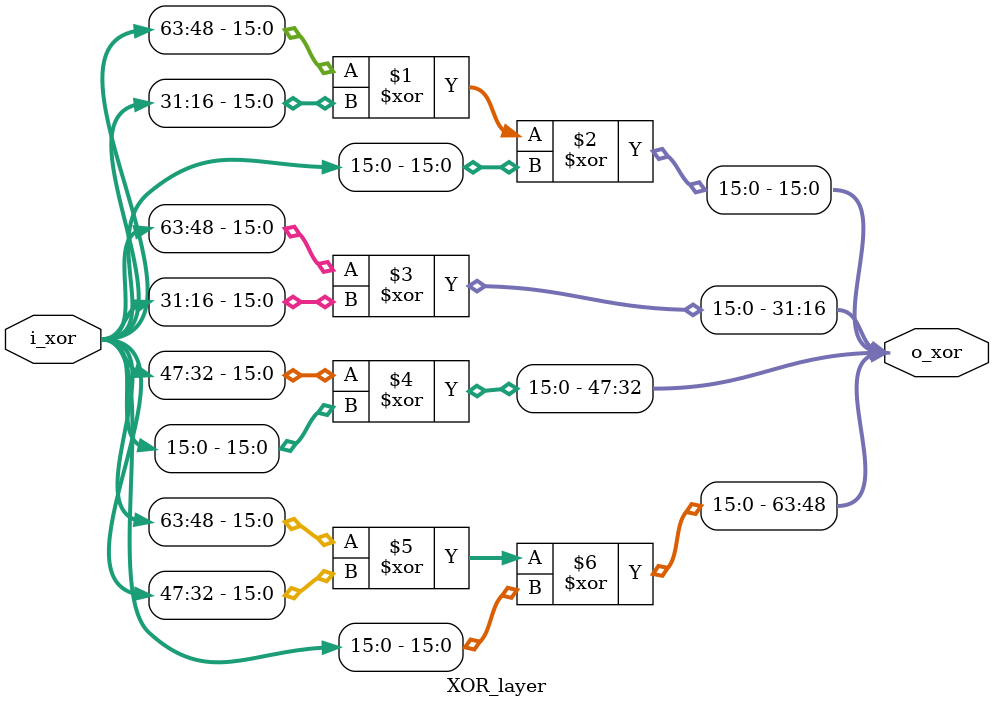
<source format=v>
`define W0 i_xor[15:0]
`define W1 i_xor[31:16]
`define W2 i_xor[47:32]
`define W3 i_xor[63:48]



module XOR_layer (
    input [63:0] i_xor, output [63:0] o_xor
);
    assign o_xor = {(`W3^`W2^`W0), (`W2^`W0),(`W3^`W1), (`W3^`W1^`W0)};

endmodule
</source>
